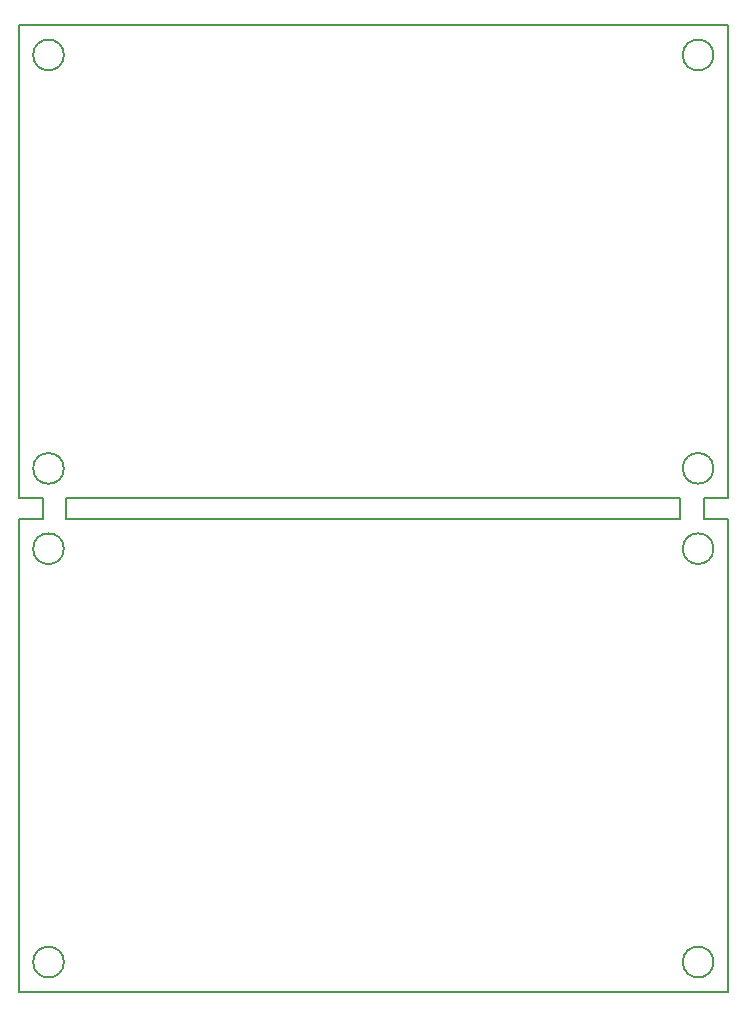
<source format=gko>
G04 #@! TF.GenerationSoftware,KiCad,Pcbnew,(5.0.0)*
G04 #@! TF.CreationDate,2020-01-25T17:41:45+09:00*
G04 #@! TF.ProjectId,General_purpose_lancer_board_sub_m,47656E6572616C5F707572706F73655F,rev?*
G04 #@! TF.SameCoordinates,Original*
G04 #@! TF.FileFunction,Profile,NP*
%FSLAX46Y46*%
G04 Gerber Fmt 4.6, Leading zero omitted, Abs format (unit mm)*
G04 Created by KiCad (PCBNEW (5.0.0)) date 01/25/20 17:41:45*
%MOMM*%
%LPD*%
G01*
G04 APERTURE LIST*
%ADD10C,0.200000*%
G04 APERTURE END LIST*
D10*
X228000000Y-98200000D02*
X230000000Y-98200000D01*
X228000000Y-100000000D02*
X228000000Y-98200000D01*
X230000000Y-100000000D02*
X228000000Y-100000000D01*
X226000000Y-98200000D02*
X174000000Y-98200000D01*
X226000000Y-100000000D02*
X226000000Y-98200000D01*
X174000000Y-100000000D02*
X226000000Y-100000000D01*
X174000000Y-98200000D02*
X174000000Y-100000000D01*
X172000000Y-98200000D02*
X170000000Y-98200000D01*
X172000000Y-100000000D02*
X172000000Y-98200000D01*
X170000000Y-100000000D02*
X172000000Y-100000000D01*
X228800000Y-137500000D02*
G75*
G03X228800000Y-137500000I-1300000J0D01*
G01*
X228800000Y-102500000D02*
G75*
G03X228800000Y-102500000I-1300000J0D01*
G01*
X173800000Y-137500000D02*
G75*
G03X173800000Y-137500000I-1300000J0D01*
G01*
X170000000Y-100000000D02*
X170000000Y-140000000D01*
X173800000Y-102500000D02*
G75*
G03X173800000Y-102500000I-1300000J0D01*
G01*
X230000000Y-140000000D02*
X230000000Y-100000000D01*
X170000000Y-140000000D02*
X230000000Y-140000000D01*
X228800000Y-95700000D02*
G75*
G03X228800000Y-95700000I-1300000J0D01*
G01*
X228800000Y-60700000D02*
G75*
G03X228800000Y-60700000I-1300000J0D01*
G01*
X173800000Y-95700000D02*
G75*
G03X173800000Y-95700000I-1300000J0D01*
G01*
X170000000Y-58200000D02*
X170000000Y-98200000D01*
X173800000Y-60700000D02*
G75*
G03X173800000Y-60700000I-1300000J0D01*
G01*
X230000000Y-58200000D02*
X170000000Y-58200000D01*
X230000000Y-98200000D02*
X230000000Y-58200000D01*
M02*

</source>
